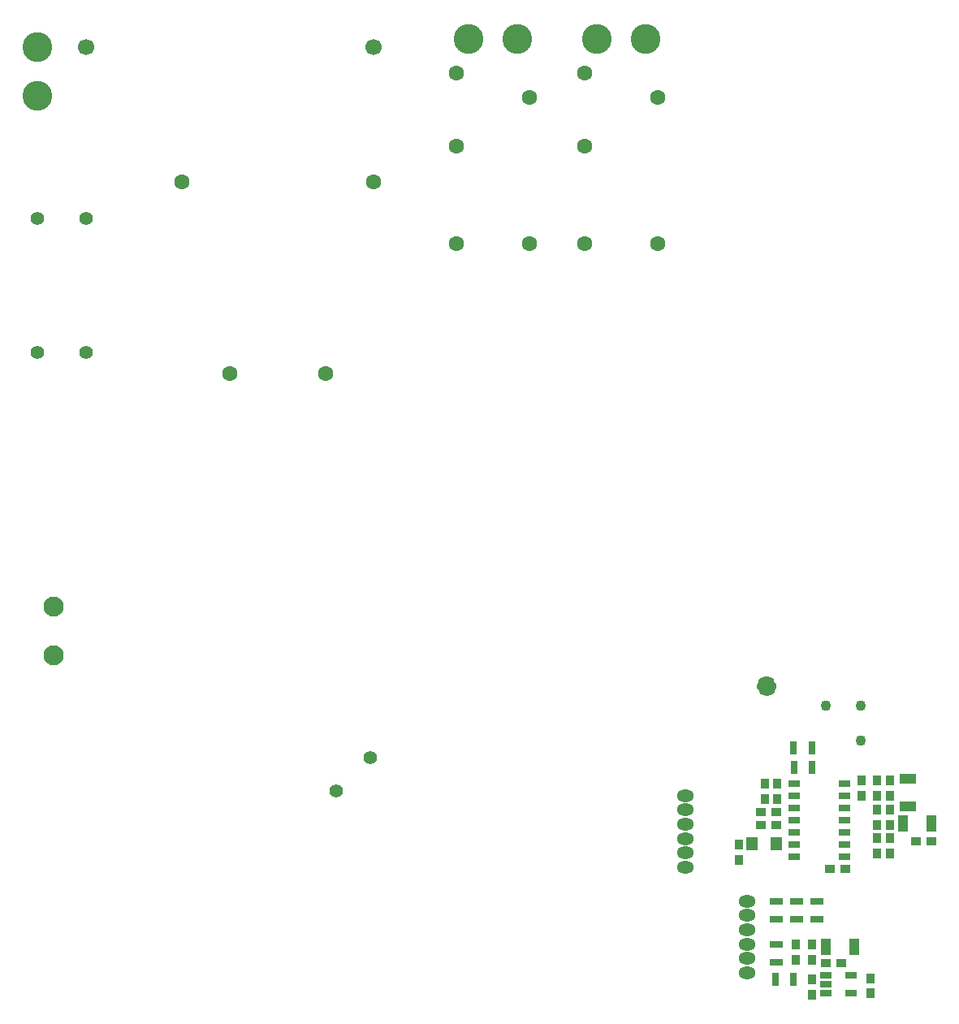
<source format=gbs>
%TF.GenerationSoftware,Altium Limited,Altium Designer,25.2.1 (25)*%
G04 Layer_Color=16711935*
%FSLAX25Y25*%
%MOIN*%
%TF.SameCoordinates,F6C81A79-D505-4479-B840-BDF532C21910*%
%TF.FilePolarity,Negative*%
%TF.FileFunction,Soldermask,Bot*%
%TF.Part,Single*%
G01*
G75*
%TA.AperFunction,ComponentPad*%
%ADD57C,0.08268*%
%ADD67C,0.06299*%
%TA.AperFunction,SMDPad,CuDef*%
%ADD123R,0.03150X0.05512*%
%ADD125R,0.05512X0.03150*%
%ADD126R,0.04194X0.03494*%
%ADD129R,0.03494X0.04194*%
%ADD132R,0.04724X0.05315*%
%ADD152R,0.03937X0.06693*%
%TA.AperFunction,ComponentPad*%
%ADD153C,0.04331*%
%ADD154O,0.07087X0.05118*%
%ADD155C,0.05512*%
%ADD156C,0.12205*%
%ADD157C,0.06693*%
%TA.AperFunction,NonConductor*%
%ADD158C,0.04331*%
%TA.AperFunction,SMDPad,CuDef*%
%ADD159R,0.06693X0.03937*%
%ADD160R,0.05039X0.02677*%
%ADD161R,0.04724X0.02756*%
D57*
X22244Y150591D02*
D03*
Y170276D02*
D03*
D67*
X133858Y266142D02*
D03*
X94488D02*
D03*
X74803Y344882D02*
D03*
X153543D02*
D03*
X240118Y319331D02*
D03*
Y359331D02*
D03*
Y389331D02*
D03*
X270118Y319331D02*
D03*
Y379331D02*
D03*
X187756Y319331D02*
D03*
Y359331D02*
D03*
Y389331D02*
D03*
X217756Y319331D02*
D03*
Y379331D02*
D03*
D123*
X318504Y17520D02*
D03*
X325984D02*
D03*
X333465Y112402D02*
D03*
X325984D02*
D03*
X326181Y104527D02*
D03*
X333661D02*
D03*
D125*
X318898Y24409D02*
D03*
Y31890D02*
D03*
X335433Y49606D02*
D03*
Y42126D02*
D03*
X327165Y49606D02*
D03*
Y42126D02*
D03*
X318898Y49606D02*
D03*
Y42126D02*
D03*
D126*
X340945Y62795D02*
D03*
X347245D02*
D03*
X376378Y74213D02*
D03*
X382678D02*
D03*
X318898Y80905D02*
D03*
X312598D02*
D03*
X318898Y86024D02*
D03*
X312598D02*
D03*
X339370Y24213D02*
D03*
X345670D02*
D03*
D129*
X365748Y75394D02*
D03*
Y69095D02*
D03*
X360236Y80905D02*
D03*
Y87205D02*
D03*
X365748D02*
D03*
Y80905D02*
D03*
X360236Y75394D02*
D03*
Y69094D02*
D03*
X365748Y99016D02*
D03*
Y92716D02*
D03*
X360236Y92716D02*
D03*
Y99016D02*
D03*
X353937D02*
D03*
Y92716D02*
D03*
X303543Y66535D02*
D03*
Y72835D02*
D03*
X319291Y97835D02*
D03*
Y91535D02*
D03*
X314173Y91535D02*
D03*
Y97835D02*
D03*
X357480Y17914D02*
D03*
Y11614D02*
D03*
X333465Y31890D02*
D03*
Y25590D02*
D03*
X326772Y31890D02*
D03*
Y25590D02*
D03*
X333465Y17520D02*
D03*
Y11220D02*
D03*
D132*
X309055Y73032D02*
D03*
X318898D02*
D03*
D152*
X382480Y81299D02*
D03*
X371063D02*
D03*
X339370Y30906D02*
D03*
X350787D02*
D03*
D153*
X353528Y115551D02*
D03*
Y129693D02*
D03*
X339386D02*
D03*
D154*
X307087Y20079D02*
D03*
Y25984D02*
D03*
Y31890D02*
D03*
Y37795D02*
D03*
Y43701D02*
D03*
Y49606D02*
D03*
X281496Y63386D02*
D03*
Y69291D02*
D03*
Y75197D02*
D03*
Y81102D02*
D03*
Y87008D02*
D03*
Y92913D02*
D03*
D155*
X152235Y108535D02*
D03*
X138316Y94615D02*
D03*
X35433Y274803D02*
D03*
X15748D02*
D03*
X35433Y329921D02*
D03*
X15748D02*
D03*
D156*
X245118Y403543D02*
D03*
X265118D02*
D03*
X192756D02*
D03*
X212756D02*
D03*
X15748Y400000D02*
D03*
Y380000D02*
D03*
D157*
X35433Y400000D02*
D03*
X153543D02*
D03*
D158*
X316929Y137795D02*
G03*
X316929Y137795I-1969J0D01*
G01*
D159*
X372835Y88386D02*
D03*
Y99803D02*
D03*
D160*
X326142Y97874D02*
D03*
Y92874D02*
D03*
Y87874D02*
D03*
Y82874D02*
D03*
Y77874D02*
D03*
Y72874D02*
D03*
Y67874D02*
D03*
X347087D02*
D03*
Y72874D02*
D03*
Y77874D02*
D03*
Y82874D02*
D03*
Y87874D02*
D03*
Y92874D02*
D03*
Y97874D02*
D03*
D161*
X339370Y11614D02*
D03*
Y15354D02*
D03*
Y19094D02*
D03*
X349606D02*
D03*
Y11614D02*
D03*
%TF.MD5,9b06e7b694c8b5f410df288f9df4987c*%
M02*

</source>
